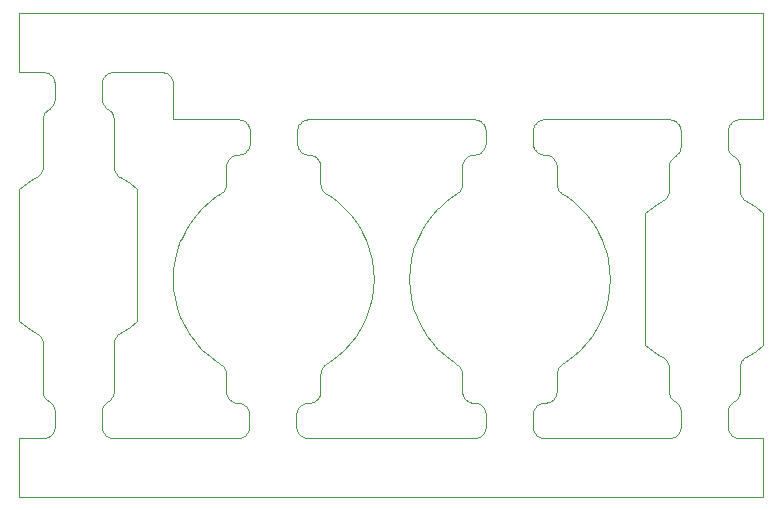
<source format=gm1>
G04 #@! TF.GenerationSoftware,KiCad,Pcbnew,(5.1.6-0-10_14)*
G04 #@! TF.CreationDate,2021-04-13T12:38:31+02:00*
G04 #@! TF.ProjectId,Encoder_SPI_Panel,456e636f-6465-4725-9f53-50495f50616e,rev?*
G04 #@! TF.SameCoordinates,Original*
G04 #@! TF.FileFunction,Profile,NP*
%FSLAX46Y46*%
G04 Gerber Fmt 4.6, Leading zero omitted, Abs format (unit mm)*
G04 Created by KiCad (PCBNEW (5.1.6-0-10_14)) date 2021-04-13 12:38:31*
%MOMM*%
%LPD*%
G01*
G04 APERTURE LIST*
G04 #@! TA.AperFunction,Profile*
%ADD10C,0.100000*%
G04 #@! TD*
G04 APERTURE END LIST*
D10*
X57588400Y-25190300D02*
X57482100Y-25122000D01*
X57669800Y-25256200D02*
X57588400Y-25190300D01*
X57744200Y-25330600D02*
X57669800Y-25256200D01*
X57801900Y-25401300D02*
X57744200Y-25330600D01*
X57817400Y-25422600D02*
X57801900Y-25401300D01*
X57860300Y-25488600D02*
X57817400Y-25422600D01*
X57873300Y-25511200D02*
X57860300Y-25488600D01*
X57914400Y-25592700D02*
X57873300Y-25511200D01*
X57947700Y-25678300D02*
X57914400Y-25592700D01*
X57955800Y-25703300D02*
X57947700Y-25678300D01*
X57979100Y-25791700D02*
X57955800Y-25703300D01*
X57995500Y-25895100D02*
X57979100Y-25791700D01*
X58001400Y-26006600D02*
X57995500Y-25895100D01*
X58001200Y-30012000D02*
X58001400Y-26006600D01*
X58006200Y-30111700D02*
X58001200Y-30012000D01*
X58021100Y-30210100D02*
X58006200Y-30111700D01*
X58045900Y-30306500D02*
X58021100Y-30210100D01*
X58080200Y-30399900D02*
X58045900Y-30306500D01*
X58123700Y-30489400D02*
X58080200Y-30399900D01*
X58176000Y-30574100D02*
X58123700Y-30489400D01*
X58236500Y-30653100D02*
X58176000Y-30574100D01*
X58304700Y-30725600D02*
X58236500Y-30653100D01*
X58379800Y-30791000D02*
X58304700Y-30725600D01*
X58461100Y-30848400D02*
X58379800Y-30791000D01*
X58547900Y-30897500D02*
X58461100Y-30848400D01*
X58700700Y-30974100D02*
X58547900Y-30897500D01*
X58723600Y-30987100D02*
X58700700Y-30974100D01*
X59382400Y-31410500D02*
X58723600Y-30987100D01*
X59993700Y-31901200D02*
X59382400Y-31410500D01*
X60000900Y-31908300D02*
X59993700Y-31901200D01*
X60003100Y-31913700D02*
X60000900Y-31908300D01*
X60002300Y-43068200D02*
X60003100Y-31913700D01*
X60000300Y-43081000D02*
X60002300Y-43068200D01*
X59992000Y-43089800D02*
X60000300Y-43081000D01*
X59381500Y-43581500D02*
X59992000Y-43089800D01*
X58723300Y-44005900D02*
X59381500Y-43581500D01*
X58700400Y-44018900D02*
X58723300Y-44005900D01*
X58546700Y-44096300D02*
X58700400Y-44018900D01*
X58460100Y-44145500D02*
X58546700Y-44096300D01*
X58379000Y-44202900D02*
X58460100Y-44145500D01*
X58304100Y-44268300D02*
X58379000Y-44202900D01*
X58236100Y-44340800D02*
X58304100Y-44268300D01*
X58175800Y-44419700D02*
X58236100Y-44340800D01*
X58123600Y-44504300D02*
X58175800Y-44419700D01*
X58080200Y-44593700D02*
X58123600Y-44504300D01*
X58046000Y-44687000D02*
X58080200Y-44593700D01*
X58021300Y-44783300D02*
X58046000Y-44687000D01*
X58006400Y-44881500D02*
X58021300Y-44783300D01*
X58001400Y-44981000D02*
X58006400Y-44881500D01*
X58001400Y-48993400D02*
X58001400Y-44981000D01*
X57995600Y-49104800D02*
X58001400Y-48993400D01*
X57981600Y-49195100D02*
X57995600Y-49104800D01*
X57976200Y-49220800D02*
X57981600Y-49195100D01*
X57952200Y-49309000D02*
X57976200Y-49220800D01*
X57919600Y-49394800D02*
X57952200Y-49309000D01*
X57908900Y-49418800D02*
X57919600Y-49394800D01*
X57867100Y-49500100D02*
X57908900Y-49418800D01*
X57810100Y-49588000D02*
X57867100Y-49500100D01*
X57744200Y-49669400D02*
X57810100Y-49588000D01*
X57669800Y-49743800D02*
X57744200Y-49669400D01*
X57588400Y-49809700D02*
X57669800Y-49743800D01*
X57514300Y-49858200D02*
X57588400Y-49809700D01*
X57478100Y-49880100D02*
X57514300Y-49858200D01*
X57393800Y-49937200D02*
X57478100Y-49880100D01*
X57316000Y-50002500D02*
X57393800Y-49937200D01*
X57245300Y-50075400D02*
X57316000Y-50002500D01*
X57182400Y-50155200D02*
X57245300Y-50075400D01*
X57128000Y-50241100D02*
X57182400Y-50155200D01*
X57082800Y-50332000D02*
X57128000Y-50241100D01*
X57047000Y-50427100D02*
X57082800Y-50332000D01*
X57021300Y-50525400D02*
X57047000Y-50427100D01*
X57005700Y-50625800D02*
X57021300Y-50525400D01*
X57000400Y-50727500D02*
X57005700Y-50625800D01*
X57000400Y-52010700D02*
X57000400Y-50727500D01*
X57005200Y-52108000D02*
X57000400Y-52010700D01*
X57019400Y-52204100D02*
X57005200Y-52108000D01*
X57043100Y-52298400D02*
X57019400Y-52204100D01*
X57075800Y-52389800D02*
X57043100Y-52298400D01*
X57117300Y-52477700D02*
X57075800Y-52389800D01*
X57167300Y-52561000D02*
X57117300Y-52477700D01*
X57225100Y-52639000D02*
X57167300Y-52561000D01*
X57290400Y-52711000D02*
X57225100Y-52639000D01*
X57362400Y-52776300D02*
X57290400Y-52711000D01*
X57440400Y-52834100D02*
X57362400Y-52776300D01*
X57523700Y-52884100D02*
X57440400Y-52834100D01*
X57611600Y-52925600D02*
X57523700Y-52884100D01*
X57703000Y-52958400D02*
X57611600Y-52925600D01*
X57797300Y-52982000D02*
X57703000Y-52958400D01*
X57893400Y-52996200D02*
X57797300Y-52982000D01*
X57990700Y-53001000D02*
X57893400Y-52996200D01*
X68472800Y-53001000D02*
X57990700Y-53001000D01*
X68570100Y-52996200D02*
X68472800Y-53001000D01*
X68666200Y-52982000D02*
X68570100Y-52996200D01*
X68760400Y-52958400D02*
X68666200Y-52982000D01*
X68851900Y-52925600D02*
X68760400Y-52958400D01*
X68939700Y-52884100D02*
X68851900Y-52925600D01*
X69023000Y-52834100D02*
X68939700Y-52884100D01*
X69101100Y-52776300D02*
X69023000Y-52834100D01*
X69173100Y-52711000D02*
X69101100Y-52776300D01*
X69238300Y-52639000D02*
X69173100Y-52711000D01*
X69296200Y-52561000D02*
X69238300Y-52639000D01*
X69346100Y-52477700D02*
X69296200Y-52561000D01*
X69387700Y-52389900D02*
X69346100Y-52477700D01*
X69420400Y-52298400D02*
X69387700Y-52389900D01*
X69444000Y-52204100D02*
X69420400Y-52298400D01*
X69458300Y-52108000D02*
X69444000Y-52204100D01*
X69463000Y-52010800D02*
X69458300Y-52108000D01*
X69463000Y-50990700D02*
X69463000Y-52010800D01*
X69458500Y-50895900D02*
X69463000Y-50990700D01*
X69444900Y-50802100D02*
X69458500Y-50895900D01*
X69422500Y-50710100D02*
X69444900Y-50802100D01*
X69391300Y-50620600D02*
X69422500Y-50710100D01*
X69351800Y-50534600D02*
X69391300Y-50620600D01*
X69304200Y-50452700D02*
X69351800Y-50534600D01*
X69249000Y-50375700D02*
X69304200Y-50452700D01*
X69186700Y-50304400D02*
X69249000Y-50375700D01*
X69117800Y-50239300D02*
X69186700Y-50304400D01*
X69043100Y-50181100D02*
X69117800Y-50239300D01*
X68963100Y-50130300D02*
X69043100Y-50181100D01*
X68878700Y-50087400D02*
X68963100Y-50130300D01*
X68790500Y-50052800D02*
X68878700Y-50087400D01*
X68699400Y-50026700D02*
X68790500Y-50052800D01*
X68606300Y-50009500D02*
X68699400Y-50026700D01*
X68511700Y-50001300D02*
X68606300Y-50009500D01*
X68398700Y-49995200D02*
X68511700Y-50001300D01*
X68295200Y-49978800D02*
X68398700Y-49995200D01*
X68194000Y-49951700D02*
X68295200Y-49978800D01*
X68096300Y-49914200D02*
X68194000Y-49951700D01*
X68002500Y-49866400D02*
X68096300Y-49914200D01*
X67925700Y-49817000D02*
X68002500Y-49866400D01*
X67904500Y-49801600D02*
X67925700Y-49817000D01*
X67833600Y-49743800D02*
X67904500Y-49801600D01*
X67768500Y-49679100D02*
X67833600Y-49743800D01*
X67750900Y-49659600D02*
X67768500Y-49679100D01*
X67693600Y-49588400D02*
X67750900Y-49659600D01*
X67636300Y-49500100D02*
X67693600Y-49588400D01*
X67594600Y-49418900D02*
X67636300Y-49500100D01*
X67583900Y-49394900D02*
X67594600Y-49418900D01*
X67551400Y-49309400D02*
X67583900Y-49394900D01*
X67527300Y-49220800D02*
X67551400Y-49309400D01*
X67521900Y-49195100D02*
X67527300Y-49220800D01*
X67509500Y-49117300D02*
X67521900Y-49195100D01*
X67506800Y-49091600D02*
X67509500Y-49117300D01*
X67502000Y-48993500D02*
X67506800Y-49091600D01*
X67502000Y-47562200D02*
X67502000Y-48993500D01*
X67497700Y-47469300D02*
X67502000Y-47562200D01*
X67484700Y-47377400D02*
X67497700Y-47469300D01*
X67463100Y-47287100D02*
X67484700Y-47377400D01*
X67433200Y-47199200D02*
X67463100Y-47287100D01*
X67395100Y-47114500D02*
X67433200Y-47199200D01*
X67349400Y-47033800D02*
X67395100Y-47114500D01*
X67296200Y-46957700D02*
X67349400Y-47033800D01*
X67236200Y-46886900D02*
X67296200Y-46957700D01*
X67169800Y-46822100D02*
X67236200Y-46886900D01*
X67097600Y-46763700D02*
X67169800Y-46822100D01*
X67020000Y-46712200D02*
X67097600Y-46763700D01*
X66796600Y-46578600D02*
X67020000Y-46712200D01*
X66776300Y-46565100D02*
X66796600Y-46578600D01*
X66115400Y-46075300D02*
X66776300Y-46565100D01*
X65505100Y-45523400D02*
X66115400Y-46075300D01*
X65487800Y-45506200D02*
X65505100Y-45523400D01*
X64943100Y-44906000D02*
X65487800Y-45506200D01*
X64927500Y-44886900D02*
X64943100Y-44906000D01*
X64437500Y-44226400D02*
X64927500Y-44886900D01*
X64013700Y-43520800D02*
X64437500Y-44226400D01*
X64002200Y-43499300D02*
X64013700Y-43520800D01*
X63650600Y-42755900D02*
X64002200Y-43499300D01*
X63372900Y-41981400D02*
X63650600Y-42755900D01*
X63365700Y-41957800D02*
X63372900Y-41981400D01*
X63166000Y-41160000D02*
X63365700Y-41957800D01*
X63044900Y-40346200D02*
X63166000Y-41160000D01*
X63042400Y-40321600D02*
X63044900Y-40346200D01*
X63002300Y-39499700D02*
X63042400Y-40321600D01*
X63043400Y-38665800D02*
X63002300Y-39499700D01*
X63163800Y-37852400D02*
X63043400Y-38665800D01*
X63168700Y-37828200D02*
X63163800Y-37852400D01*
X63368900Y-37030600D02*
X63168700Y-37828200D01*
X63646100Y-36255800D02*
X63368900Y-37030600D01*
X63655500Y-36233000D02*
X63646100Y-36255800D01*
X64002300Y-35500500D02*
X63655500Y-36233000D01*
X64013800Y-35479000D02*
X64002300Y-35500500D01*
X64430700Y-34784200D02*
X64013800Y-35479000D01*
X64444400Y-34763700D02*
X64430700Y-34784200D01*
X64934900Y-34103600D02*
X64444400Y-34763700D01*
X65487800Y-33493800D02*
X64934900Y-34103600D01*
X65505100Y-33476600D02*
X65487800Y-33493800D01*
X66115400Y-32924700D02*
X65505100Y-33476600D01*
X66776300Y-32435000D02*
X66115400Y-32924700D01*
X66796600Y-32421400D02*
X66776300Y-32435000D01*
X67020000Y-32287700D02*
X66796600Y-32421400D01*
X67097600Y-32236300D02*
X67020000Y-32287700D01*
X67169800Y-32177900D02*
X67097600Y-32236300D01*
X67236200Y-32113100D02*
X67169800Y-32177900D01*
X67296200Y-32042300D02*
X67236200Y-32113100D01*
X67349300Y-31966200D02*
X67296200Y-32042300D01*
X67395100Y-31885500D02*
X67349300Y-31966200D01*
X67433100Y-31800800D02*
X67395100Y-31885500D01*
X67463100Y-31712900D02*
X67433100Y-31800800D01*
X67484600Y-31622700D02*
X67463100Y-31712900D01*
X67497600Y-31530800D02*
X67484600Y-31622700D01*
X67502000Y-31437800D02*
X67497600Y-31530800D01*
X67502000Y-30006600D02*
X67502000Y-31437800D01*
X67506800Y-29908300D02*
X67502000Y-30006600D01*
X67509600Y-29882400D02*
X67506800Y-29908300D01*
X67524200Y-29792200D02*
X67509600Y-29882400D01*
X67551300Y-29691000D02*
X67524200Y-29792200D01*
X67588800Y-29593200D02*
X67551300Y-29691000D01*
X67636600Y-29499400D02*
X67588800Y-29593200D01*
X67693400Y-29412000D02*
X67636600Y-29499400D01*
X67750900Y-29340400D02*
X67693400Y-29412000D01*
X67768400Y-29320900D02*
X67750900Y-29340400D01*
X67833300Y-29256500D02*
X67768400Y-29320900D01*
X67904400Y-29198500D02*
X67833300Y-29256500D01*
X67925700Y-29183000D02*
X67904400Y-29198500D01*
X68003000Y-29133300D02*
X67925700Y-29183000D01*
X68095800Y-29086000D02*
X68003000Y-29133300D01*
X68194100Y-29048200D02*
X68095800Y-29086000D01*
X68282200Y-29024300D02*
X68194100Y-29048200D01*
X68307600Y-29018900D02*
X68282200Y-29024300D01*
X68385400Y-29006500D02*
X68307600Y-29018900D01*
X68411300Y-29003800D02*
X68385400Y-29006500D01*
X68630100Y-28994200D02*
X68411300Y-29003800D01*
X68726200Y-28980000D02*
X68630100Y-28994200D01*
X68820400Y-28956400D02*
X68726200Y-28980000D01*
X68911900Y-28923600D02*
X68820400Y-28956400D01*
X68999700Y-28882100D02*
X68911900Y-28923600D01*
X69083000Y-28832100D02*
X68999700Y-28882100D01*
X69161100Y-28774300D02*
X69083000Y-28832100D01*
X69233100Y-28709000D02*
X69161100Y-28774300D01*
X69298300Y-28637000D02*
X69233100Y-28709000D01*
X69356200Y-28559000D02*
X69298300Y-28637000D01*
X69406100Y-28475700D02*
X69356200Y-28559000D01*
X69447700Y-28387900D02*
X69406100Y-28475700D01*
X69480400Y-28296400D02*
X69447700Y-28387900D01*
X69504000Y-28202100D02*
X69480400Y-28296400D01*
X69518300Y-28106000D02*
X69504000Y-28202100D01*
X69523000Y-28008800D02*
X69518300Y-28106000D01*
X69523000Y-26990200D02*
X69523000Y-28008800D01*
X69518300Y-26893000D02*
X69523000Y-26990200D01*
X69504000Y-26796900D02*
X69518300Y-26893000D01*
X69480400Y-26702600D02*
X69504000Y-26796900D01*
X69447700Y-26611100D02*
X69480400Y-26702600D01*
X69406100Y-26523300D02*
X69447700Y-26611100D01*
X69356200Y-26440000D02*
X69406100Y-26523300D01*
X69298300Y-26362000D02*
X69356200Y-26440000D01*
X69233100Y-26290000D02*
X69298300Y-26362000D01*
X69161100Y-26224700D02*
X69233100Y-26290000D01*
X69083000Y-26166900D02*
X69161100Y-26224700D01*
X68999700Y-26116900D02*
X69083000Y-26166900D01*
X68911900Y-26075400D02*
X68999700Y-26116900D01*
X68820400Y-26042600D02*
X68911900Y-26075400D01*
X68726200Y-26019000D02*
X68820400Y-26042600D01*
X68630100Y-26004800D02*
X68726200Y-26019000D01*
X68532800Y-26000000D02*
X68630100Y-26004800D01*
X63027600Y-26000000D02*
X68532800Y-26000000D01*
X63008600Y-25997900D02*
X63027600Y-26000000D01*
X63004000Y-25991700D02*
X63008600Y-25997900D01*
X63003000Y-25975400D02*
X63004000Y-25991700D01*
X63003000Y-22989200D02*
X63003000Y-25975400D01*
X62998300Y-22891900D02*
X63003000Y-22989200D01*
X62984000Y-22795800D02*
X62998300Y-22891900D01*
X62960400Y-22701600D02*
X62984000Y-22795800D01*
X62927700Y-22610100D02*
X62960400Y-22701600D01*
X62886100Y-22522300D02*
X62927700Y-22610100D01*
X62836200Y-22438900D02*
X62886100Y-22522300D01*
X62778300Y-22360900D02*
X62836200Y-22438900D01*
X62713100Y-22288900D02*
X62778300Y-22360900D01*
X62641100Y-22223700D02*
X62713100Y-22288900D01*
X62563000Y-22165800D02*
X62641100Y-22223700D01*
X62479700Y-22115900D02*
X62563000Y-22165800D01*
X62391900Y-22074300D02*
X62479700Y-22115900D01*
X62300400Y-22041600D02*
X62391900Y-22074300D01*
X62206200Y-22018000D02*
X62300400Y-22041600D01*
X62110100Y-22003700D02*
X62206200Y-22018000D01*
X62012800Y-21999000D02*
X62110100Y-22003700D01*
X57990600Y-21999000D02*
X62012800Y-21999000D01*
X57893400Y-22003700D02*
X57990600Y-21999000D01*
X57797300Y-22018000D02*
X57893400Y-22003700D01*
X57703000Y-22041600D02*
X57797300Y-22018000D01*
X57611500Y-22074300D02*
X57703000Y-22041600D01*
X57523700Y-22115900D02*
X57611500Y-22074300D01*
X57440400Y-22165800D02*
X57523700Y-22115900D01*
X57362400Y-22223700D02*
X57440400Y-22165800D01*
X57290400Y-22288900D02*
X57362400Y-22223700D01*
X57225100Y-22360900D02*
X57290400Y-22288900D01*
X57167300Y-22438900D02*
X57225100Y-22360900D01*
X57117300Y-22522300D02*
X57167300Y-22438900D01*
X57075800Y-22610100D02*
X57117300Y-22522300D01*
X57043000Y-22701600D02*
X57075800Y-22610100D01*
X57019400Y-22795800D02*
X57043000Y-22701600D01*
X57005200Y-22891900D02*
X57019400Y-22795800D01*
X57000400Y-22989200D02*
X57005200Y-22891900D01*
X57000400Y-24272500D02*
X57000400Y-22989200D01*
X57005100Y-24369100D02*
X57000400Y-24272500D01*
X57019200Y-24464600D02*
X57005100Y-24369100D01*
X57042500Y-24558300D02*
X57019200Y-24464600D01*
X57074800Y-24649200D02*
X57042500Y-24558300D01*
X57115800Y-24736600D02*
X57074800Y-24649200D01*
X57165200Y-24819600D02*
X57115800Y-24736600D01*
X57222300Y-24897300D02*
X57165200Y-24819600D01*
X57286800Y-24969200D02*
X57222300Y-24897300D01*
X57358000Y-25034400D02*
X57286800Y-24969200D01*
X57435200Y-25092300D02*
X57358000Y-25034400D01*
X57482100Y-25122000D02*
X57435200Y-25092300D01*
X88502800Y-53001000D02*
X74453300Y-53001000D01*
X88600100Y-52996200D02*
X88502800Y-53001000D01*
X88696200Y-52982000D02*
X88600100Y-52996200D01*
X88790400Y-52958400D02*
X88696200Y-52982000D01*
X88881900Y-52925600D02*
X88790400Y-52958400D01*
X88969700Y-52884100D02*
X88881900Y-52925600D01*
X89053100Y-52834100D02*
X88969700Y-52884100D01*
X89131100Y-52776300D02*
X89053100Y-52834100D01*
X89203100Y-52711000D02*
X89131100Y-52776300D01*
X89268300Y-52639000D02*
X89203100Y-52711000D01*
X89326200Y-52561000D02*
X89268300Y-52639000D01*
X89376100Y-52477700D02*
X89326200Y-52561000D01*
X89417700Y-52389900D02*
X89376100Y-52477700D01*
X89450400Y-52298400D02*
X89417700Y-52389900D01*
X89474000Y-52204100D02*
X89450400Y-52298400D01*
X89488300Y-52108000D02*
X89474000Y-52204100D01*
X89493100Y-52010800D02*
X89488300Y-52108000D01*
X89493100Y-50991200D02*
X89493100Y-52010800D01*
X89488400Y-50894800D02*
X89493100Y-50991200D01*
X89474300Y-50799500D02*
X89488400Y-50894800D01*
X89451100Y-50706000D02*
X89474300Y-50799500D01*
X89418900Y-50615100D02*
X89451100Y-50706000D01*
X89378000Y-50527900D02*
X89418900Y-50615100D01*
X89328900Y-50445000D02*
X89378000Y-50527900D01*
X89271900Y-50367400D02*
X89328900Y-50445000D01*
X89207700Y-50295600D02*
X89271900Y-50367400D01*
X89136700Y-50230400D02*
X89207700Y-50295600D01*
X89059800Y-50172400D02*
X89136700Y-50230400D01*
X88977600Y-50122200D02*
X89059800Y-50172400D01*
X88890900Y-50080100D02*
X88977600Y-50122200D01*
X88800500Y-50046800D02*
X88890900Y-50080100D01*
X88707300Y-50022300D02*
X88800500Y-50046800D01*
X88612200Y-50007000D02*
X88707300Y-50022300D01*
X88398700Y-49995200D02*
X88612200Y-50007000D01*
X88295200Y-49978800D02*
X88398700Y-49995200D01*
X88194100Y-49951700D02*
X88295200Y-49978800D01*
X88095800Y-49914000D02*
X88194100Y-49951700D01*
X88002900Y-49866700D02*
X88095800Y-49914000D01*
X87925700Y-49817000D02*
X88002900Y-49866700D01*
X87904500Y-49801600D02*
X87925700Y-49817000D01*
X87833700Y-49743800D02*
X87904500Y-49801600D01*
X87768500Y-49679100D02*
X87833700Y-49743800D01*
X87750900Y-49659600D02*
X87768500Y-49679100D01*
X87693300Y-49587900D02*
X87750900Y-49659600D01*
X87636600Y-49500500D02*
X87693300Y-49587900D01*
X87589000Y-49407200D02*
X87636600Y-49500500D01*
X87551300Y-49308900D02*
X87589000Y-49407200D01*
X87524200Y-49207800D02*
X87551300Y-49308900D01*
X87509600Y-49117700D02*
X87524200Y-49207800D01*
X87506900Y-49091700D02*
X87509600Y-49117700D01*
X87502100Y-48993500D02*
X87506900Y-49091700D01*
X87502100Y-47562200D02*
X87502100Y-48993500D01*
X87497700Y-47469200D02*
X87502100Y-47562200D01*
X87484700Y-47377300D02*
X87497700Y-47469200D01*
X87463100Y-47287100D02*
X87484700Y-47377300D01*
X87433200Y-47199200D02*
X87463100Y-47287100D01*
X87395200Y-47114500D02*
X87433200Y-47199200D01*
X87349400Y-47033800D02*
X87395200Y-47114500D01*
X87296200Y-46957700D02*
X87349400Y-47033800D01*
X87236200Y-46886900D02*
X87296200Y-46957700D01*
X87169800Y-46822100D02*
X87236200Y-46886900D01*
X87097600Y-46763700D02*
X87169800Y-46822100D01*
X87020100Y-46712300D02*
X87097600Y-46763700D01*
X86796600Y-46578600D02*
X87020100Y-46712300D01*
X86776300Y-46565100D02*
X86796600Y-46578600D01*
X86115400Y-46075300D02*
X86776300Y-46565100D01*
X85505100Y-45523400D02*
X86115400Y-46075300D01*
X85487800Y-45506200D02*
X85505100Y-45523400D01*
X84935200Y-44896800D02*
X85487800Y-45506200D01*
X84444500Y-44236400D02*
X84935200Y-44896800D01*
X84430700Y-44215900D02*
X84444500Y-44236400D01*
X84013900Y-43521100D02*
X84430700Y-44215900D01*
X84002300Y-43499500D02*
X84013900Y-43521100D01*
X83655500Y-42767000D02*
X84002300Y-43499500D01*
X83646100Y-42744200D02*
X83655500Y-42767000D01*
X83369100Y-41969900D02*
X83646100Y-42744200D01*
X83168700Y-41171800D02*
X83369100Y-41969900D01*
X83163900Y-41147700D02*
X83168700Y-41171800D01*
X83043400Y-40334100D02*
X83163900Y-41147700D01*
X83002400Y-39500200D02*
X83043400Y-40334100D01*
X83042400Y-38678400D02*
X83002400Y-39500200D01*
X83044900Y-38653900D02*
X83042400Y-38678400D01*
X83165900Y-37840400D02*
X83044900Y-38653900D01*
X83365700Y-37042200D02*
X83165900Y-37840400D01*
X83372900Y-37018600D02*
X83365700Y-37042200D01*
X83650400Y-36244500D02*
X83372900Y-37018600D01*
X84002200Y-35500700D02*
X83650400Y-36244500D01*
X84013700Y-35479200D02*
X84002200Y-35500700D01*
X84430700Y-34784200D02*
X84013700Y-35479200D01*
X84444400Y-34763700D02*
X84430700Y-34784200D01*
X84934900Y-34103600D02*
X84444400Y-34763700D01*
X85487800Y-33493800D02*
X84934900Y-34103600D01*
X85505100Y-33476600D02*
X85487800Y-33493800D01*
X86115400Y-32924700D02*
X85505100Y-33476600D01*
X86776300Y-32435000D02*
X86115400Y-32924700D01*
X86796600Y-32421400D02*
X86776300Y-32435000D01*
X87020100Y-32287800D02*
X86796600Y-32421400D01*
X87097600Y-32236300D02*
X87020100Y-32287800D01*
X87169800Y-32177900D02*
X87097600Y-32236300D01*
X87236200Y-32113100D02*
X87169800Y-32177900D01*
X87296300Y-32042300D02*
X87236200Y-32113100D01*
X87349400Y-31966200D02*
X87296300Y-32042300D01*
X87395200Y-31885500D02*
X87349400Y-31966200D01*
X87433200Y-31800800D02*
X87395200Y-31885500D01*
X87463100Y-31712900D02*
X87433200Y-31800800D01*
X87484700Y-31622600D02*
X87463100Y-31712900D01*
X87497700Y-31530700D02*
X87484700Y-31622600D01*
X87502100Y-31437800D02*
X87497700Y-31530700D01*
X87502100Y-30006400D02*
X87502100Y-31437800D01*
X87506800Y-29908500D02*
X87502100Y-30006400D01*
X87509600Y-29882600D02*
X87506800Y-29908500D01*
X87521900Y-29804900D02*
X87509600Y-29882600D01*
X87527300Y-29779200D02*
X87521900Y-29804900D01*
X87551300Y-29691000D02*
X87527300Y-29779200D01*
X87583900Y-29605100D02*
X87551300Y-29691000D01*
X87594600Y-29581100D02*
X87583900Y-29605100D01*
X87636300Y-29499900D02*
X87594600Y-29581100D01*
X87693700Y-29411600D02*
X87636300Y-29499900D01*
X87750900Y-29340400D02*
X87693700Y-29411600D01*
X87768500Y-29320900D02*
X87750900Y-29340400D01*
X87833300Y-29256500D02*
X87768500Y-29320900D01*
X87904400Y-29198500D02*
X87833300Y-29256500D01*
X87925700Y-29183000D02*
X87904400Y-29198500D01*
X88002500Y-29133500D02*
X87925700Y-29183000D01*
X88096300Y-29085700D02*
X88002500Y-29133500D01*
X88194100Y-29048200D02*
X88096300Y-29085700D01*
X88282200Y-29024300D02*
X88194100Y-29048200D01*
X88307700Y-29018900D02*
X88282200Y-29024300D01*
X88398700Y-29004800D02*
X88307700Y-29018900D01*
X88612200Y-28993000D02*
X88398700Y-29004800D01*
X88707300Y-28977700D02*
X88612200Y-28993000D01*
X88800500Y-28953300D02*
X88707300Y-28977700D01*
X88890900Y-28919900D02*
X88800500Y-28953300D01*
X88977600Y-28877900D02*
X88890900Y-28919900D01*
X89059800Y-28827600D02*
X88977600Y-28877900D01*
X89136700Y-28769600D02*
X89059800Y-28827600D01*
X89207600Y-28704400D02*
X89136700Y-28769600D01*
X89271900Y-28632700D02*
X89207600Y-28704400D01*
X89328900Y-28555000D02*
X89271900Y-28632700D01*
X89378000Y-28472100D02*
X89328900Y-28555000D01*
X89418900Y-28384900D02*
X89378000Y-28472100D01*
X89451100Y-28294100D02*
X89418900Y-28384900D01*
X89474300Y-28200500D02*
X89451100Y-28294100D01*
X89488400Y-28105200D02*
X89474300Y-28200500D01*
X89493100Y-28008800D02*
X89488400Y-28105200D01*
X89493100Y-26990200D02*
X89493100Y-28008800D01*
X89488300Y-26893000D02*
X89493100Y-26990200D01*
X89474000Y-26796900D02*
X89488300Y-26893000D01*
X89450400Y-26702600D02*
X89474000Y-26796900D01*
X89417700Y-26611100D02*
X89450400Y-26702600D01*
X89376100Y-26523300D02*
X89417700Y-26611100D01*
X89326200Y-26440000D02*
X89376100Y-26523300D01*
X89268300Y-26362000D02*
X89326200Y-26440000D01*
X89203100Y-26290000D02*
X89268300Y-26362000D01*
X89131100Y-26224700D02*
X89203100Y-26290000D01*
X89053100Y-26166900D02*
X89131100Y-26224700D01*
X88969700Y-26116900D02*
X89053100Y-26166900D01*
X88881900Y-26075400D02*
X88969700Y-26116900D01*
X88790400Y-26042600D02*
X88881900Y-26075400D01*
X88696200Y-26019000D02*
X88790400Y-26042600D01*
X88600100Y-26004800D02*
X88696200Y-26019000D01*
X88502800Y-26000000D02*
X88600100Y-26004800D01*
X74513300Y-26000000D02*
X88502800Y-26000000D01*
X74416000Y-26004800D02*
X74513300Y-26000000D01*
X74319900Y-26019000D02*
X74416000Y-26004800D01*
X74225700Y-26042600D02*
X74319900Y-26019000D01*
X74134200Y-26075400D02*
X74225700Y-26042600D01*
X74046400Y-26116900D02*
X74134200Y-26075400D01*
X73963000Y-26166900D02*
X74046400Y-26116900D01*
X73885000Y-26224700D02*
X73963000Y-26166900D01*
X73813000Y-26290000D02*
X73885000Y-26224700D01*
X73747800Y-26362000D02*
X73813000Y-26290000D01*
X73689900Y-26440000D02*
X73747800Y-26362000D01*
X73639900Y-26523300D02*
X73689900Y-26440000D01*
X73598400Y-26611100D02*
X73639900Y-26523300D01*
X73565700Y-26702600D02*
X73598400Y-26611100D01*
X73542100Y-26796900D02*
X73565700Y-26702600D01*
X73527800Y-26893000D02*
X73542100Y-26796900D01*
X73523000Y-26990200D02*
X73527800Y-26893000D01*
X73523000Y-28008900D02*
X73523000Y-26990200D01*
X73527700Y-28105400D02*
X73523000Y-28008900D01*
X73541800Y-28200700D02*
X73527700Y-28105400D01*
X73565000Y-28294200D02*
X73541800Y-28200700D01*
X73597200Y-28385000D02*
X73565000Y-28294200D01*
X73638000Y-28472200D02*
X73597200Y-28385000D01*
X73687200Y-28555100D02*
X73638000Y-28472200D01*
X73744200Y-28632800D02*
X73687200Y-28555100D01*
X73808400Y-28704500D02*
X73744200Y-28632800D01*
X73879400Y-28769700D02*
X73808400Y-28704500D01*
X73956300Y-28827700D02*
X73879400Y-28769700D01*
X74038500Y-28878000D02*
X73956300Y-28827700D01*
X74125200Y-28920000D02*
X74038500Y-28878000D01*
X74215600Y-28953400D02*
X74125200Y-28920000D01*
X74308800Y-28977800D02*
X74215600Y-28953400D01*
X74403900Y-28993100D02*
X74308800Y-28977800D01*
X74607400Y-29004800D02*
X74403900Y-28993100D01*
X74698400Y-29018900D02*
X74607400Y-29004800D01*
X74723900Y-29024300D02*
X74698400Y-29018900D01*
X74812000Y-29048200D02*
X74723900Y-29024300D01*
X74909800Y-29085800D02*
X74812000Y-29048200D01*
X75003600Y-29133600D02*
X74909800Y-29085800D01*
X75080400Y-29183000D02*
X75003600Y-29133600D01*
X75101600Y-29198400D02*
X75080400Y-29183000D01*
X75172400Y-29256200D02*
X75101600Y-29198400D01*
X75237600Y-29320900D02*
X75172400Y-29256200D01*
X75255200Y-29340400D02*
X75237600Y-29320900D01*
X75312400Y-29411600D02*
X75255200Y-29340400D01*
X75369800Y-29499900D02*
X75312400Y-29411600D01*
X75411500Y-29581100D02*
X75369800Y-29499900D01*
X75422200Y-29605100D02*
X75411500Y-29581100D01*
X75454600Y-29690600D02*
X75422200Y-29605100D01*
X75478800Y-29779200D02*
X75454600Y-29690600D01*
X75484200Y-29804900D02*
X75478800Y-29779200D01*
X75496500Y-29882600D02*
X75484200Y-29804900D01*
X75499200Y-29908500D02*
X75496500Y-29882600D01*
X75504000Y-30006400D02*
X75499200Y-29908500D01*
X75504000Y-31437800D02*
X75504000Y-30006400D01*
X75508400Y-31530800D02*
X75504000Y-31437800D01*
X75521400Y-31622700D02*
X75508400Y-31530800D01*
X75543000Y-31712900D02*
X75521400Y-31622700D01*
X75572900Y-31800800D02*
X75543000Y-31712900D01*
X75610900Y-31885500D02*
X75572900Y-31800800D01*
X75656700Y-31966200D02*
X75610900Y-31885500D01*
X75709900Y-32042300D02*
X75656700Y-31966200D01*
X75769900Y-32113100D02*
X75709900Y-32042300D01*
X75836300Y-32177900D02*
X75769900Y-32113100D01*
X75908500Y-32236300D02*
X75836300Y-32177900D01*
X75986000Y-32287700D02*
X75908500Y-32236300D01*
X76209400Y-32421400D02*
X75986000Y-32287700D01*
X76229800Y-32434900D02*
X76209400Y-32421400D01*
X76890700Y-32924700D02*
X76229800Y-32434900D01*
X77501000Y-33476600D02*
X76890700Y-32924700D01*
X77518300Y-33493800D02*
X77501000Y-33476600D01*
X78063000Y-34094000D02*
X77518300Y-33493800D01*
X78078600Y-34113100D02*
X78063000Y-34094000D01*
X78568600Y-34773600D02*
X78078600Y-34113100D01*
X78992300Y-35479100D02*
X78568600Y-34773600D01*
X79003900Y-35500700D02*
X78992300Y-35479100D01*
X79355500Y-36244100D02*
X79003900Y-35500700D01*
X79633200Y-37018600D02*
X79355500Y-36244100D01*
X79640400Y-37042200D02*
X79633200Y-37018600D01*
X79840100Y-37840000D02*
X79640400Y-37042200D01*
X79961200Y-38653800D02*
X79840100Y-37840000D01*
X79963600Y-38678400D02*
X79961200Y-38653800D01*
X80003400Y-39487900D02*
X79963600Y-38678400D01*
X80003400Y-39512300D02*
X80003400Y-39487900D01*
X79962800Y-40333700D02*
X80003400Y-39512300D01*
X79842200Y-41147600D02*
X79962800Y-40333700D01*
X79837400Y-41171800D02*
X79842200Y-41147600D01*
X79637100Y-41969400D02*
X79837400Y-41171800D01*
X79360000Y-42744200D02*
X79637100Y-41969400D01*
X79350600Y-42767000D02*
X79360000Y-42744200D01*
X79003900Y-43499300D02*
X79350600Y-42767000D01*
X78992400Y-43520800D02*
X79003900Y-43499300D01*
X78575400Y-44215800D02*
X78992400Y-43520800D01*
X78561600Y-44236300D02*
X78575400Y-44215800D01*
X78071200Y-44896400D02*
X78561600Y-44236300D01*
X77518300Y-45506200D02*
X78071200Y-44896400D01*
X77501000Y-45523400D02*
X77518300Y-45506200D01*
X76890700Y-46075300D02*
X77501000Y-45523400D01*
X76229800Y-46565000D02*
X76890700Y-46075300D01*
X76209500Y-46578600D02*
X76229800Y-46565000D01*
X75986000Y-46712200D02*
X76209500Y-46578600D01*
X75908500Y-46763700D02*
X75986000Y-46712200D01*
X75836300Y-46822100D02*
X75908500Y-46763700D01*
X75769900Y-46886900D02*
X75836300Y-46822100D01*
X75709800Y-46957700D02*
X75769900Y-46886900D01*
X75656700Y-47033800D02*
X75709800Y-46957700D01*
X75610900Y-47114500D02*
X75656700Y-47033800D01*
X75572900Y-47199200D02*
X75610900Y-47114500D01*
X75543000Y-47287100D02*
X75572900Y-47199200D01*
X75521400Y-47377400D02*
X75543000Y-47287100D01*
X75508400Y-47469300D02*
X75521400Y-47377400D01*
X75504000Y-47562200D02*
X75508400Y-47469300D01*
X75504000Y-48993600D02*
X75504000Y-47562200D01*
X75499200Y-49091500D02*
X75504000Y-48993600D01*
X75496500Y-49117400D02*
X75499200Y-49091500D01*
X75484200Y-49195100D02*
X75496500Y-49117400D01*
X75478800Y-49220800D02*
X75484200Y-49195100D01*
X75454800Y-49309000D02*
X75478800Y-49220800D01*
X75422200Y-49394800D02*
X75454800Y-49309000D01*
X75411500Y-49418900D02*
X75422200Y-49394800D01*
X75369700Y-49500100D02*
X75411500Y-49418900D01*
X75320000Y-49577300D02*
X75369700Y-49500100D01*
X75304800Y-49598400D02*
X75320000Y-49577300D01*
X75255200Y-49659600D02*
X75304800Y-49598400D01*
X75237600Y-49679100D02*
X75255200Y-49659600D01*
X75172800Y-49743500D02*
X75237600Y-49679100D01*
X75101600Y-49801500D02*
X75172800Y-49743500D01*
X75080400Y-49817000D02*
X75101600Y-49801500D01*
X75003600Y-49866500D02*
X75080400Y-49817000D01*
X74921900Y-49908500D02*
X75003600Y-49866500D01*
X74897900Y-49919200D02*
X74921900Y-49908500D01*
X74824400Y-49947400D02*
X74897900Y-49919200D01*
X74799700Y-49955400D02*
X74824400Y-49947400D01*
X74711300Y-49978700D02*
X74799700Y-49955400D01*
X74620700Y-49993500D02*
X74711300Y-49978700D01*
X74594500Y-49996200D02*
X74620700Y-49993500D01*
X74509600Y-50000700D02*
X74594500Y-49996200D01*
X74453300Y-50001000D02*
X74509600Y-50000700D01*
X74356000Y-50005800D02*
X74453300Y-50001000D01*
X74259900Y-50020000D02*
X74356000Y-50005800D01*
X74165700Y-50043600D02*
X74259900Y-50020000D01*
X74074200Y-50076400D02*
X74165700Y-50043600D01*
X73986400Y-50117900D02*
X74074200Y-50076400D01*
X73903000Y-50167900D02*
X73986400Y-50117900D01*
X73825000Y-50225700D02*
X73903000Y-50167900D01*
X73753000Y-50291000D02*
X73825000Y-50225700D01*
X73687800Y-50363000D02*
X73753000Y-50291000D01*
X73629900Y-50441000D02*
X73687800Y-50363000D01*
X73579900Y-50524300D02*
X73629900Y-50441000D01*
X73538400Y-50612100D02*
X73579900Y-50524300D01*
X73505700Y-50703600D02*
X73538400Y-50612100D01*
X73482100Y-50797900D02*
X73505700Y-50703600D01*
X73467800Y-50894000D02*
X73482100Y-50797900D01*
X73463000Y-50991200D02*
X73467800Y-50894000D01*
X73463000Y-52010800D02*
X73463000Y-50991200D01*
X73467800Y-52108000D02*
X73463000Y-52010800D01*
X73482100Y-52204100D02*
X73467800Y-52108000D01*
X73505700Y-52298400D02*
X73482100Y-52204100D01*
X73538400Y-52389900D02*
X73505700Y-52298400D01*
X73579900Y-52477700D02*
X73538400Y-52389900D01*
X73629900Y-52561000D02*
X73579900Y-52477700D01*
X73687800Y-52639000D02*
X73629900Y-52561000D01*
X73753000Y-52711000D02*
X73687800Y-52639000D01*
X73825000Y-52776300D02*
X73753000Y-52711000D01*
X73903000Y-52834100D02*
X73825000Y-52776300D01*
X73986400Y-52884100D02*
X73903000Y-52834100D01*
X74074200Y-52925600D02*
X73986400Y-52884100D01*
X74165700Y-52958400D02*
X74074200Y-52925600D01*
X74259900Y-52982000D02*
X74165700Y-52958400D01*
X74356000Y-52996200D02*
X74259900Y-52982000D01*
X74453300Y-53001000D02*
X74356000Y-52996200D01*
X105013200Y-53001000D02*
X94483300Y-53001000D01*
X105110500Y-52996200D02*
X105013200Y-53001000D01*
X105206600Y-52982000D02*
X105110500Y-52996200D01*
X105300800Y-52958400D02*
X105206600Y-52982000D01*
X105392300Y-52925600D02*
X105300800Y-52958400D01*
X105480100Y-52884100D02*
X105392300Y-52925600D01*
X105563500Y-52834100D02*
X105480100Y-52884100D01*
X105641500Y-52776300D02*
X105563500Y-52834100D01*
X105713500Y-52711000D02*
X105641500Y-52776300D01*
X105778700Y-52639000D02*
X105713500Y-52711000D01*
X105836600Y-52561000D02*
X105778700Y-52639000D01*
X105886500Y-52477700D02*
X105836600Y-52561000D01*
X105928100Y-52389900D02*
X105886500Y-52477700D01*
X105960800Y-52298400D02*
X105928100Y-52389900D01*
X105984400Y-52204100D02*
X105960800Y-52298400D01*
X105998700Y-52108000D02*
X105984400Y-52204100D01*
X106003400Y-52010800D02*
X105998700Y-52108000D01*
X106003400Y-50727400D02*
X106003400Y-52010800D01*
X105998700Y-50630800D02*
X106003400Y-50727400D01*
X105984700Y-50535300D02*
X105998700Y-50630800D01*
X105961400Y-50441600D02*
X105984700Y-50535300D01*
X105929000Y-50350700D02*
X105961400Y-50441600D01*
X105888000Y-50263300D02*
X105929000Y-50350700D01*
X105838700Y-50180300D02*
X105888000Y-50263300D01*
X105781500Y-50102600D02*
X105838700Y-50180300D01*
X105717000Y-50030700D02*
X105781500Y-50102600D01*
X105645900Y-49965500D02*
X105717000Y-50030700D01*
X105568700Y-49907600D02*
X105645900Y-49965500D01*
X105524700Y-49880800D02*
X105568700Y-49907600D01*
X105415000Y-49809300D02*
X105524700Y-49880800D01*
X105334100Y-49743700D02*
X105415000Y-49809300D01*
X105260000Y-49669700D02*
X105334100Y-49743700D01*
X105194000Y-49588300D02*
X105260000Y-49669700D01*
X105136700Y-49500000D02*
X105194000Y-49588300D01*
X105089200Y-49406700D02*
X105136700Y-49500000D01*
X105056200Y-49321600D02*
X105089200Y-49406700D01*
X105048000Y-49296600D02*
X105056200Y-49321600D01*
X105024700Y-49208200D02*
X105048000Y-49296600D01*
X105010000Y-49117600D02*
X105024700Y-49208200D01*
X105007200Y-49091500D02*
X105010000Y-49117600D01*
X105002500Y-48999800D02*
X105007200Y-49091500D01*
X105002400Y-46985700D02*
X105002500Y-48999800D01*
X104997400Y-46886100D02*
X105002400Y-46985700D01*
X104982400Y-46787700D02*
X104997400Y-46886100D01*
X104957700Y-46691300D02*
X104982400Y-46787700D01*
X104923400Y-46597900D02*
X104957700Y-46691300D01*
X104879900Y-46508400D02*
X104923400Y-46597900D01*
X104827600Y-46423800D02*
X104879900Y-46508400D01*
X104767100Y-46344800D02*
X104827600Y-46423800D01*
X104698900Y-46272200D02*
X104767100Y-46344800D01*
X104623900Y-46206900D02*
X104698900Y-46272200D01*
X104542600Y-46149500D02*
X104623900Y-46206900D01*
X104455800Y-46100300D02*
X104542600Y-46149500D01*
X104304000Y-46024300D02*
X104455800Y-46100300D01*
X104281100Y-46011200D02*
X104304000Y-46024300D01*
X103623200Y-45588600D02*
X104281100Y-46011200D01*
X103012800Y-45098700D02*
X103623200Y-45588600D01*
X103004000Y-45089100D02*
X103012800Y-45098700D01*
X103002500Y-45077200D02*
X103004000Y-45089100D01*
X103003000Y-33913200D02*
X103002500Y-45077200D01*
X103005200Y-33907800D02*
X103003000Y-33913200D01*
X103012400Y-33900700D02*
X103005200Y-33907800D01*
X103620000Y-33412900D02*
X103012400Y-33900700D01*
X104274700Y-32991700D02*
X103620000Y-33412900D01*
X104297400Y-32978700D02*
X104274700Y-32991700D01*
X104446800Y-32903600D02*
X104297400Y-32978700D01*
X104533500Y-32854400D02*
X104446800Y-32903600D01*
X104614600Y-32796900D02*
X104533500Y-32854400D01*
X104689600Y-32731600D02*
X104614600Y-32796900D01*
X104757600Y-32659100D02*
X104689600Y-32731600D01*
X104818000Y-32580200D02*
X104757600Y-32659100D01*
X104870100Y-32495500D02*
X104818000Y-32580200D01*
X104913600Y-32406100D02*
X104870100Y-32495500D01*
X104947800Y-32312800D02*
X104913600Y-32406100D01*
X104972500Y-32216500D02*
X104947800Y-32312800D01*
X104987400Y-32118200D02*
X104972500Y-32216500D01*
X104992400Y-32018600D02*
X104987400Y-32118200D01*
X104992400Y-30006500D02*
X104992400Y-32018600D01*
X104998300Y-29895100D02*
X104992400Y-30006500D01*
X105012300Y-29804800D02*
X104998300Y-29895100D01*
X105017700Y-29779100D02*
X105012300Y-29804800D01*
X105038100Y-29703100D02*
X105017700Y-29779100D01*
X105046200Y-29678400D02*
X105038100Y-29703100D01*
X105079200Y-29593200D02*
X105046200Y-29678400D01*
X105120600Y-29511200D02*
X105079200Y-29593200D01*
X105133700Y-29488400D02*
X105120600Y-29511200D01*
X105183800Y-29412000D02*
X105133700Y-29488400D01*
X105241400Y-29340200D02*
X105183800Y-29412000D01*
X105258900Y-29320900D02*
X105241400Y-29340200D01*
X105323700Y-29256500D02*
X105258900Y-29320900D01*
X105395000Y-29198200D02*
X105323700Y-29256500D01*
X105416100Y-29183000D02*
X105395000Y-29198200D01*
X105481900Y-29140200D02*
X105416100Y-29183000D01*
X105568300Y-29087100D02*
X105481900Y-29140200D01*
X105645600Y-29029200D02*
X105568300Y-29087100D01*
X105716800Y-28964000D02*
X105645600Y-29029200D01*
X105781300Y-28892100D02*
X105716800Y-28964000D01*
X105838600Y-28814300D02*
X105781300Y-28892100D01*
X105887900Y-28731400D02*
X105838600Y-28814300D01*
X105929000Y-28644000D02*
X105887900Y-28731400D01*
X105961300Y-28553000D02*
X105929000Y-28644000D01*
X105984600Y-28459300D02*
X105961300Y-28553000D01*
X105998700Y-28363700D02*
X105984600Y-28459300D01*
X106003400Y-28267000D02*
X105998700Y-28363700D01*
X106003400Y-26990200D02*
X106003400Y-28267000D01*
X105998700Y-26893000D02*
X106003400Y-26990200D01*
X105984400Y-26796900D02*
X105998700Y-26893000D01*
X105960800Y-26702600D02*
X105984400Y-26796900D01*
X105928100Y-26611100D02*
X105960800Y-26702600D01*
X105886500Y-26523300D02*
X105928100Y-26611100D01*
X105836600Y-26440000D02*
X105886500Y-26523300D01*
X105778700Y-26362000D02*
X105836600Y-26440000D01*
X105713500Y-26290000D02*
X105778700Y-26362000D01*
X105641500Y-26224700D02*
X105713500Y-26290000D01*
X105563500Y-26166900D02*
X105641500Y-26224700D01*
X105480100Y-26116900D02*
X105563500Y-26166900D01*
X105392300Y-26075400D02*
X105480100Y-26116900D01*
X105300800Y-26042600D02*
X105392300Y-26075400D01*
X105206600Y-26019000D02*
X105300800Y-26042600D01*
X105110500Y-26004800D02*
X105206600Y-26019000D01*
X105013200Y-26000000D02*
X105110500Y-26004800D01*
X94483300Y-26000000D02*
X105013200Y-26000000D01*
X94386000Y-26004800D02*
X94483300Y-26000000D01*
X94289900Y-26019000D02*
X94386000Y-26004800D01*
X94195700Y-26042600D02*
X94289900Y-26019000D01*
X94104200Y-26075400D02*
X94195700Y-26042600D01*
X94016400Y-26116900D02*
X94104200Y-26075400D01*
X93933000Y-26166900D02*
X94016400Y-26116900D01*
X93855000Y-26224700D02*
X93933000Y-26166900D01*
X93783000Y-26290000D02*
X93855000Y-26224700D01*
X93717800Y-26362000D02*
X93783000Y-26290000D01*
X93659900Y-26440000D02*
X93717800Y-26362000D01*
X93610000Y-26523300D02*
X93659900Y-26440000D01*
X93568400Y-26611100D02*
X93610000Y-26523300D01*
X93535700Y-26702600D02*
X93568400Y-26611100D01*
X93512100Y-26796900D02*
X93535700Y-26702600D01*
X93497800Y-26893000D02*
X93512100Y-26796900D01*
X93493100Y-26990200D02*
X93497800Y-26893000D01*
X93493100Y-28008800D02*
X93493100Y-26990200D01*
X93497800Y-28106000D02*
X93493100Y-28008800D01*
X93512100Y-28202100D02*
X93497800Y-28106000D01*
X93535700Y-28296400D02*
X93512100Y-28202100D01*
X93568400Y-28387900D02*
X93535700Y-28296400D01*
X93610000Y-28475700D02*
X93568400Y-28387900D01*
X93659900Y-28559000D02*
X93610000Y-28475700D01*
X93717800Y-28637000D02*
X93659900Y-28559000D01*
X93783000Y-28709000D02*
X93717800Y-28637000D01*
X93855000Y-28774300D02*
X93783000Y-28709000D01*
X93933000Y-28832100D02*
X93855000Y-28774300D01*
X94016400Y-28882100D02*
X93933000Y-28832100D01*
X94104200Y-28923600D02*
X94016400Y-28882100D01*
X94195700Y-28956400D02*
X94104200Y-28923600D01*
X94289900Y-28980000D02*
X94195700Y-28956400D01*
X94386000Y-28994200D02*
X94289900Y-28980000D01*
X94607400Y-29004800D02*
X94386000Y-28994200D01*
X94698400Y-29018900D02*
X94607400Y-29004800D01*
X94723900Y-29024300D02*
X94698400Y-29018900D01*
X94812000Y-29048200D02*
X94723900Y-29024300D01*
X94910300Y-29086000D02*
X94812000Y-29048200D01*
X95003200Y-29133300D02*
X94910300Y-29086000D01*
X95080400Y-29183000D02*
X95003200Y-29133300D01*
X95101600Y-29198400D02*
X95080400Y-29183000D01*
X95172400Y-29256200D02*
X95101600Y-29198400D01*
X95237600Y-29320900D02*
X95172400Y-29256200D01*
X95255200Y-29340400D02*
X95237600Y-29320900D01*
X95312800Y-29412100D02*
X95255200Y-29340400D01*
X95369500Y-29499500D02*
X95312800Y-29412100D01*
X95417100Y-29592800D02*
X95369500Y-29499500D01*
X95454800Y-29691100D02*
X95417100Y-29592800D01*
X95481900Y-29792200D02*
X95454800Y-29691100D01*
X95496500Y-29882400D02*
X95481900Y-29792200D01*
X95499200Y-29908200D02*
X95496500Y-29882400D01*
X95504100Y-30006600D02*
X95499200Y-29908200D01*
X95504100Y-31437800D02*
X95504100Y-30006600D01*
X95508400Y-31530700D02*
X95504100Y-31437800D01*
X95521400Y-31622600D02*
X95508400Y-31530700D01*
X95543000Y-31712900D02*
X95521400Y-31622600D01*
X95572900Y-31800800D02*
X95543000Y-31712900D01*
X95611000Y-31885500D02*
X95572900Y-31800800D01*
X95656700Y-31966200D02*
X95611000Y-31885500D01*
X95709900Y-32042300D02*
X95656700Y-31966200D01*
X95769900Y-32113100D02*
X95709900Y-32042300D01*
X95836300Y-32177900D02*
X95769900Y-32113100D01*
X95908500Y-32236300D02*
X95836300Y-32177900D01*
X95986000Y-32287800D02*
X95908500Y-32236300D01*
X96209500Y-32421400D02*
X95986000Y-32287800D01*
X96229800Y-32434900D02*
X96209500Y-32421400D01*
X96890700Y-32924700D02*
X96229800Y-32434900D01*
X97501000Y-33476600D02*
X96890700Y-32924700D01*
X97518300Y-33493800D02*
X97501000Y-33476600D01*
X98070900Y-34103200D02*
X97518300Y-33493800D01*
X98561600Y-34763600D02*
X98070900Y-34103200D01*
X98575400Y-34784100D02*
X98561600Y-34763600D01*
X98992200Y-35478900D02*
X98575400Y-34784100D01*
X99003800Y-35500500D02*
X98992200Y-35478900D01*
X99355700Y-36244600D02*
X99003800Y-35500500D01*
X99633200Y-37018600D02*
X99355700Y-36244600D01*
X99640400Y-37042200D02*
X99633200Y-37018600D01*
X99840100Y-37840000D02*
X99640400Y-37042200D01*
X99961200Y-38653800D02*
X99840100Y-37840000D01*
X99963700Y-38678400D02*
X99961200Y-38653800D01*
X100003500Y-39487900D02*
X99963700Y-38678400D01*
X100003400Y-39512300D02*
X100003500Y-39487900D01*
X99962800Y-40333700D02*
X100003400Y-39512300D01*
X99842200Y-41147600D02*
X99962800Y-40333700D01*
X99837400Y-41171800D02*
X99842200Y-41147600D01*
X99637200Y-41969400D02*
X99837400Y-41171800D01*
X99360000Y-42744200D02*
X99637200Y-41969400D01*
X99350600Y-42767000D02*
X99360000Y-42744200D01*
X99003900Y-43499300D02*
X99350600Y-42767000D01*
X98992400Y-43520800D02*
X99003900Y-43499300D01*
X98575400Y-44215800D02*
X98992400Y-43520800D01*
X98561700Y-44236300D02*
X98575400Y-44215800D01*
X98071200Y-44896400D02*
X98561700Y-44236300D01*
X97518300Y-45506100D02*
X98071200Y-44896400D01*
X97501000Y-45523400D02*
X97518300Y-45506100D01*
X96890700Y-46075300D02*
X97501000Y-45523400D01*
X96229800Y-46565000D02*
X96890700Y-46075300D01*
X96209500Y-46578600D02*
X96229800Y-46565000D01*
X95986000Y-46712300D02*
X96209500Y-46578600D01*
X95908500Y-46763700D02*
X95986000Y-46712300D01*
X95836300Y-46822100D02*
X95908500Y-46763700D01*
X95769900Y-46886900D02*
X95836300Y-46822100D01*
X95709900Y-46957700D02*
X95769900Y-46886900D01*
X95656800Y-47033800D02*
X95709900Y-46957700D01*
X95611000Y-47114500D02*
X95656800Y-47033800D01*
X95573000Y-47199200D02*
X95611000Y-47114500D01*
X95543000Y-47287000D02*
X95573000Y-47199200D01*
X95521500Y-47377300D02*
X95543000Y-47287000D01*
X95508500Y-47469200D02*
X95521500Y-47377300D01*
X95504100Y-47562200D02*
X95508500Y-47469200D01*
X95504100Y-48993600D02*
X95504100Y-47562200D01*
X95499300Y-49091500D02*
X95504100Y-48993600D01*
X95496600Y-49117400D02*
X95499300Y-49091500D01*
X95484200Y-49195100D02*
X95496600Y-49117400D01*
X95478800Y-49220800D02*
X95484200Y-49195100D01*
X95454800Y-49309000D02*
X95478800Y-49220800D01*
X95422200Y-49394800D02*
X95454800Y-49309000D01*
X95411500Y-49418900D02*
X95422200Y-49394800D01*
X95369800Y-49500100D02*
X95411500Y-49418900D01*
X95312400Y-49588400D02*
X95369800Y-49500100D01*
X95255200Y-49659600D02*
X95312400Y-49588400D01*
X95237600Y-49679100D02*
X95255200Y-49659600D01*
X95172800Y-49743500D02*
X95237600Y-49679100D01*
X95101700Y-49801500D02*
X95172800Y-49743500D01*
X95080400Y-49817000D02*
X95101700Y-49801500D01*
X95003600Y-49866500D02*
X95080400Y-49817000D01*
X94921900Y-49908500D02*
X95003600Y-49866500D01*
X94898200Y-49919100D02*
X94921900Y-49908500D01*
X94812000Y-49951800D02*
X94898200Y-49919100D01*
X94723900Y-49975700D02*
X94812000Y-49951800D01*
X94698200Y-49981200D02*
X94723900Y-49975700D01*
X94607400Y-49995200D02*
X94698200Y-49981200D01*
X94386000Y-50005800D02*
X94607400Y-49995200D01*
X94289900Y-50020000D02*
X94386000Y-50005800D01*
X94195700Y-50043600D02*
X94289900Y-50020000D01*
X94104200Y-50076400D02*
X94195700Y-50043600D01*
X94016400Y-50117900D02*
X94104200Y-50076400D01*
X93933000Y-50167900D02*
X94016400Y-50117900D01*
X93855000Y-50225700D02*
X93933000Y-50167900D01*
X93783000Y-50291000D02*
X93855000Y-50225700D01*
X93717800Y-50363000D02*
X93783000Y-50291000D01*
X93659900Y-50441000D02*
X93717800Y-50363000D01*
X93610000Y-50524300D02*
X93659900Y-50441000D01*
X93568400Y-50612100D02*
X93610000Y-50524300D01*
X93535700Y-50703600D02*
X93568400Y-50612100D01*
X93512100Y-50797900D02*
X93535700Y-50703600D01*
X93497800Y-50894000D02*
X93512100Y-50797900D01*
X93493100Y-50991200D02*
X93497800Y-50894000D01*
X93493100Y-52010800D02*
X93493100Y-50991200D01*
X93497800Y-52108000D02*
X93493100Y-52010800D01*
X93512100Y-52204100D02*
X93497800Y-52108000D01*
X93535700Y-52298400D02*
X93512100Y-52204100D01*
X93568400Y-52389900D02*
X93535700Y-52298400D01*
X93610000Y-52477700D02*
X93568400Y-52389900D01*
X93659900Y-52561000D02*
X93610000Y-52477700D01*
X93717800Y-52639000D02*
X93659900Y-52561000D01*
X93783000Y-52711000D02*
X93717800Y-52639000D01*
X93855000Y-52776300D02*
X93783000Y-52711000D01*
X93933000Y-52834100D02*
X93855000Y-52776300D01*
X94016400Y-52884100D02*
X93933000Y-52834100D01*
X94104200Y-52925600D02*
X94016400Y-52884100D01*
X94195700Y-52958400D02*
X94104200Y-52925600D01*
X94289900Y-52982000D02*
X94195700Y-52958400D01*
X94386000Y-52996200D02*
X94289900Y-52982000D01*
X94483300Y-53001000D02*
X94386000Y-52996200D01*
X50001000Y-31909400D02*
X49999100Y-31921300D01*
X50009300Y-31900700D02*
X50001000Y-31909400D01*
X50617000Y-31412900D02*
X50009300Y-31900700D01*
X51271600Y-30991700D02*
X50617000Y-31412900D01*
X51294400Y-30978700D02*
X51271600Y-30991700D01*
X51443700Y-30903600D02*
X51294400Y-30978700D01*
X51530400Y-30854400D02*
X51443700Y-30903600D01*
X51611500Y-30797000D02*
X51530400Y-30854400D01*
X51686500Y-30731700D02*
X51611500Y-30797000D01*
X51754500Y-30659100D02*
X51686500Y-30731700D01*
X51814900Y-30580200D02*
X51754500Y-30659100D01*
X51867100Y-30495600D02*
X51814900Y-30580200D01*
X51910500Y-30406100D02*
X51867100Y-30495600D01*
X51944800Y-30312800D02*
X51910500Y-30406100D01*
X51969500Y-30216500D02*
X51944800Y-30312800D01*
X51984400Y-30118200D02*
X51969500Y-30216500D01*
X51989400Y-30018700D02*
X51984400Y-30118200D01*
X51989400Y-26006500D02*
X51989400Y-30018700D01*
X51995200Y-25895600D02*
X51989400Y-26006500D01*
X52009300Y-25804600D02*
X51995200Y-25895600D01*
X52014700Y-25779100D02*
X52009300Y-25804600D01*
X52038800Y-25690500D02*
X52014700Y-25779100D01*
X52071200Y-25605100D02*
X52038800Y-25690500D01*
X52081900Y-25581100D02*
X52071200Y-25605100D01*
X52123700Y-25499800D02*
X52081900Y-25581100D01*
X52173400Y-25422600D02*
X52123700Y-25499800D01*
X52188800Y-25401400D02*
X52173400Y-25422600D01*
X52238400Y-25340200D02*
X52188800Y-25401400D01*
X52255800Y-25320900D02*
X52238400Y-25340200D01*
X52320700Y-25256500D02*
X52255800Y-25320900D01*
X52392000Y-25198200D02*
X52320700Y-25256500D01*
X52413000Y-25183000D02*
X52392000Y-25198200D01*
X52478900Y-25140200D02*
X52413000Y-25183000D01*
X52565300Y-25087100D02*
X52478900Y-25140200D01*
X52642500Y-25029200D02*
X52565300Y-25087100D01*
X52713700Y-24964000D02*
X52642500Y-25029200D01*
X52778300Y-24892100D02*
X52713700Y-24964000D01*
X52835500Y-24814300D02*
X52778300Y-24892100D01*
X52884900Y-24731400D02*
X52835500Y-24814300D01*
X52925900Y-24644000D02*
X52884900Y-24731400D01*
X52958300Y-24553000D02*
X52925900Y-24644000D01*
X52981600Y-24459300D02*
X52958300Y-24553000D01*
X52995700Y-24363700D02*
X52981600Y-24459300D01*
X53000400Y-24267000D02*
X52995700Y-24363700D01*
X53000400Y-22989200D02*
X53000400Y-24267000D01*
X52995600Y-22891900D02*
X53000400Y-22989200D01*
X52981400Y-22795800D02*
X52995600Y-22891900D01*
X52957800Y-22701600D02*
X52981400Y-22795800D01*
X52925000Y-22610100D02*
X52957800Y-22701600D01*
X52883500Y-22522300D02*
X52925000Y-22610100D01*
X52833500Y-22438900D02*
X52883500Y-22522300D01*
X52775700Y-22360900D02*
X52833500Y-22438900D01*
X52710400Y-22288900D02*
X52775700Y-22360900D01*
X52638400Y-22223700D02*
X52710400Y-22288900D01*
X52560400Y-22165800D02*
X52638400Y-22223700D01*
X52477100Y-22115900D02*
X52560400Y-22165800D01*
X52389200Y-22074300D02*
X52477100Y-22115900D01*
X52297800Y-22041600D02*
X52389200Y-22074300D01*
X52203500Y-22018000D02*
X52297800Y-22041600D01*
X52107400Y-22003700D02*
X52203500Y-22018000D01*
X52010200Y-21999000D02*
X52107400Y-22003700D01*
X50023500Y-21999000D02*
X52010200Y-21999000D01*
X50006300Y-21997700D02*
X50023500Y-21999000D01*
X50000300Y-21991600D02*
X50006300Y-21997700D01*
X49999000Y-21974400D02*
X50000300Y-21991600D01*
X49999000Y-17023500D02*
X49999000Y-21974400D01*
X50000300Y-17006300D02*
X49999000Y-17023500D01*
X50003000Y-17002200D02*
X50000300Y-17006300D01*
X50007300Y-16999900D02*
X50003000Y-17002200D01*
X112982500Y-16999000D02*
X50007300Y-16999900D01*
X112999800Y-17000200D02*
X112982500Y-16999000D01*
X113005800Y-17006300D02*
X112999800Y-17000200D01*
X113007100Y-17023500D02*
X113005800Y-17006300D01*
X113007100Y-21978900D02*
X113007100Y-17023500D01*
X113005100Y-25991700D02*
X113007100Y-21978900D01*
X113002800Y-25996000D02*
X113005100Y-25991700D01*
X112998800Y-25998700D02*
X113002800Y-25996000D01*
X112981500Y-26000000D02*
X112998800Y-25998700D01*
X110993700Y-26000000D02*
X112981500Y-26000000D01*
X110896400Y-26004800D02*
X110993700Y-26000000D01*
X110800300Y-26019000D02*
X110896400Y-26004800D01*
X110706100Y-26042600D02*
X110800300Y-26019000D01*
X110614600Y-26075400D02*
X110706100Y-26042600D01*
X110526800Y-26116900D02*
X110614600Y-26075400D01*
X110443400Y-26166900D02*
X110526800Y-26116900D01*
X110365400Y-26224700D02*
X110443400Y-26166900D01*
X110293400Y-26290000D02*
X110365400Y-26224700D01*
X110228200Y-26362000D02*
X110293400Y-26290000D01*
X110170300Y-26440000D02*
X110228200Y-26362000D01*
X110120400Y-26523300D02*
X110170300Y-26440000D01*
X110078800Y-26611100D02*
X110120400Y-26523300D01*
X110046100Y-26702600D02*
X110078800Y-26611100D01*
X110022500Y-26796900D02*
X110046100Y-26702600D01*
X110008200Y-26893000D02*
X110022500Y-26796900D01*
X110003400Y-26990200D02*
X110008200Y-26893000D01*
X110003400Y-28272500D02*
X110003400Y-26990200D01*
X110008200Y-28369100D02*
X110003400Y-28272500D01*
X110022200Y-28464600D02*
X110008200Y-28369100D01*
X110045500Y-28558300D02*
X110022200Y-28464600D01*
X110077900Y-28649200D02*
X110045500Y-28558300D01*
X110118900Y-28736600D02*
X110077900Y-28649200D01*
X110168200Y-28819600D02*
X110118900Y-28736600D01*
X110225400Y-28897300D02*
X110168200Y-28819600D01*
X110289900Y-28969200D02*
X110225400Y-28897300D01*
X110361000Y-29034400D02*
X110289900Y-28969200D01*
X110438200Y-29092300D02*
X110361000Y-29034400D01*
X110515000Y-29140200D02*
X110438200Y-29092300D01*
X110580800Y-29183000D02*
X110515000Y-29140200D01*
X110601800Y-29198200D02*
X110580800Y-29183000D01*
X110673200Y-29256500D02*
X110601800Y-29198200D01*
X110738000Y-29320800D02*
X110673200Y-29256500D01*
X110755400Y-29340200D02*
X110738000Y-29320800D01*
X110813200Y-29412000D02*
X110755400Y-29340200D01*
X110863200Y-29488400D02*
X110813200Y-29412000D01*
X110876300Y-29511200D02*
X110863200Y-29488400D01*
X110912000Y-29581300D02*
X110876300Y-29511200D01*
X110922600Y-29605100D02*
X110912000Y-29581300D01*
X110955100Y-29690500D02*
X110922600Y-29605100D01*
X110979200Y-29779100D02*
X110955100Y-29690500D01*
X110984600Y-29804800D02*
X110979200Y-29779100D01*
X110998600Y-29895100D02*
X110984600Y-29804800D01*
X111004400Y-30006400D02*
X110998600Y-29895100D01*
X111004300Y-32012000D02*
X111004400Y-30006400D01*
X111009300Y-32111600D02*
X111004300Y-32012000D01*
X111024200Y-32210100D02*
X111009300Y-32111600D01*
X111049000Y-32306500D02*
X111024200Y-32210100D01*
X111083300Y-32399900D02*
X111049000Y-32306500D01*
X111126800Y-32489400D02*
X111083300Y-32399900D01*
X111179100Y-32574100D02*
X111126800Y-32489400D01*
X111239600Y-32653100D02*
X111179100Y-32574100D01*
X111307800Y-32725600D02*
X111239600Y-32653100D01*
X111382900Y-32791000D02*
X111307800Y-32725600D01*
X111464100Y-32848400D02*
X111382900Y-32791000D01*
X111551000Y-32897600D02*
X111464100Y-32848400D01*
X111703700Y-32974100D02*
X111551000Y-32897600D01*
X111726700Y-32987100D02*
X111703700Y-32974100D01*
X112385500Y-33410500D02*
X111726700Y-32987100D01*
X112996800Y-33901200D02*
X112385500Y-33410500D01*
X113004000Y-33908200D02*
X112996800Y-33901200D01*
X113006100Y-33912700D02*
X113004000Y-33908200D01*
X113007100Y-33922700D02*
X113006100Y-33912700D01*
X113005400Y-45069200D02*
X113007100Y-33922700D01*
X113003400Y-45081100D02*
X113005400Y-45069200D01*
X112995100Y-45089800D02*
X113003400Y-45081100D01*
X112384500Y-45581500D02*
X112995100Y-45089800D01*
X111726400Y-46005900D02*
X112384500Y-45581500D01*
X111703500Y-46018900D02*
X111726400Y-46005900D01*
X111549800Y-46096200D02*
X111703500Y-46018900D01*
X111463200Y-46145400D02*
X111549800Y-46096200D01*
X111382100Y-46202900D02*
X111463200Y-46145400D01*
X111307200Y-46268200D02*
X111382100Y-46202900D01*
X111239200Y-46340700D02*
X111307200Y-46268200D01*
X111178800Y-46419700D02*
X111239200Y-46340700D01*
X111126700Y-46504300D02*
X111178800Y-46419700D01*
X111083300Y-46593700D02*
X111126700Y-46504300D01*
X111049100Y-46687000D02*
X111083300Y-46593700D01*
X111024400Y-46783300D02*
X111049100Y-46687000D01*
X111009500Y-46881500D02*
X111024400Y-46783300D01*
X111004500Y-46981000D02*
X111009500Y-46881500D01*
X111004500Y-48993600D02*
X111004500Y-46981000D01*
X110998700Y-49104300D02*
X111004500Y-48993600D01*
X110982300Y-49207800D02*
X110998700Y-49104300D01*
X110955200Y-49309000D02*
X110982300Y-49207800D01*
X110917700Y-49406800D02*
X110955200Y-49309000D01*
X110870200Y-49500100D02*
X110917700Y-49406800D01*
X110812900Y-49588400D02*
X110870200Y-49500100D01*
X110746900Y-49669800D02*
X110812900Y-49588400D01*
X110672800Y-49743800D02*
X110746900Y-49669800D01*
X110591400Y-49809700D02*
X110672800Y-49743800D01*
X110517400Y-49858200D02*
X110591400Y-49809700D01*
X110481200Y-49880100D02*
X110517400Y-49858200D01*
X110396900Y-49937200D02*
X110481200Y-49880100D01*
X110319100Y-50002500D02*
X110396900Y-49937200D01*
X110248300Y-50075400D02*
X110319100Y-50002500D01*
X110185500Y-50155200D02*
X110248300Y-50075400D01*
X110131100Y-50241100D02*
X110185500Y-50155200D01*
X110085800Y-50332000D02*
X110131100Y-50241100D01*
X110050100Y-50427100D02*
X110085800Y-50332000D01*
X110024300Y-50525400D02*
X110050100Y-50427100D01*
X110008700Y-50625800D02*
X110024300Y-50525400D01*
X110003500Y-50727500D02*
X110008700Y-50625800D01*
X110003500Y-52010700D02*
X110003500Y-50727500D01*
X110008200Y-52108000D02*
X110003500Y-52010700D01*
X110022500Y-52204100D02*
X110008200Y-52108000D01*
X110046100Y-52298400D02*
X110022500Y-52204100D01*
X110078800Y-52389800D02*
X110046100Y-52298400D01*
X110120400Y-52477700D02*
X110078800Y-52389800D01*
X110170300Y-52561000D02*
X110120400Y-52477700D01*
X110228200Y-52639000D02*
X110170300Y-52561000D01*
X110293400Y-52711000D02*
X110228200Y-52639000D01*
X110365400Y-52776300D02*
X110293400Y-52711000D01*
X110443500Y-52834100D02*
X110365400Y-52776300D01*
X110526800Y-52884100D02*
X110443500Y-52834100D01*
X110614600Y-52925600D02*
X110526800Y-52884100D01*
X110706100Y-52958400D02*
X110614600Y-52925600D01*
X110800300Y-52982000D02*
X110706100Y-52958400D01*
X110896400Y-52996200D02*
X110800300Y-52982000D01*
X110993700Y-53001000D02*
X110896400Y-52996200D01*
X112982500Y-53001000D02*
X110993700Y-53001000D01*
X112998800Y-53002000D02*
X112982500Y-53001000D01*
X113005400Y-53007400D02*
X112998800Y-53002000D01*
X113007100Y-53025500D02*
X113005400Y-53007400D01*
X113007100Y-57976500D02*
X113007100Y-53025500D01*
X113005800Y-57993700D02*
X113007100Y-57976500D01*
X112999800Y-57999700D02*
X113005800Y-57993700D01*
X112982500Y-58001000D02*
X112999800Y-57999700D01*
X50023500Y-58001000D02*
X112982500Y-58001000D01*
X50006300Y-57999700D02*
X50023500Y-58001000D01*
X50000300Y-57993700D02*
X50006300Y-57999700D01*
X49999000Y-57976500D02*
X50000300Y-57993700D01*
X49999000Y-53025500D02*
X49999000Y-57976500D01*
X50000300Y-53008300D02*
X49999000Y-53025500D01*
X50006300Y-53002300D02*
X50000300Y-53008300D01*
X50023500Y-53001000D02*
X50006300Y-53002300D01*
X52010200Y-53001000D02*
X50023500Y-53001000D01*
X52107400Y-52996200D02*
X52010200Y-53001000D01*
X52203500Y-52982000D02*
X52107400Y-52996200D01*
X52297800Y-52958400D02*
X52203500Y-52982000D01*
X52389200Y-52925600D02*
X52297800Y-52958400D01*
X52477100Y-52884100D02*
X52389200Y-52925600D01*
X52560400Y-52834100D02*
X52477100Y-52884100D01*
X52638400Y-52776300D02*
X52560400Y-52834100D01*
X52710400Y-52711000D02*
X52638400Y-52776300D01*
X52775700Y-52639000D02*
X52710400Y-52711000D01*
X52833500Y-52561000D02*
X52775700Y-52639000D01*
X52883500Y-52477700D02*
X52833500Y-52561000D01*
X52925000Y-52389900D02*
X52883500Y-52477700D01*
X52957800Y-52298400D02*
X52925000Y-52389900D01*
X52981400Y-52204100D02*
X52957800Y-52298400D01*
X52995600Y-52108000D02*
X52981400Y-52204100D01*
X53000400Y-52010800D02*
X52995600Y-52108000D01*
X53000400Y-50727400D02*
X53000400Y-52010800D01*
X52995700Y-50630800D02*
X53000400Y-50727400D01*
X52981600Y-50535300D02*
X52995700Y-50630800D01*
X52958300Y-50441600D02*
X52981600Y-50535300D01*
X52926000Y-50350700D02*
X52958300Y-50441600D01*
X52885000Y-50263300D02*
X52926000Y-50350700D01*
X52835600Y-50180300D02*
X52885000Y-50263300D01*
X52778400Y-50102600D02*
X52835600Y-50180300D01*
X52714000Y-50030700D02*
X52778400Y-50102600D01*
X52642800Y-49965500D02*
X52714000Y-50030700D01*
X52565600Y-49907600D02*
X52642800Y-49965500D01*
X52488900Y-49859700D02*
X52565600Y-49907600D01*
X52423100Y-49816900D02*
X52488900Y-49859700D01*
X52402000Y-49801700D02*
X52423100Y-49816900D01*
X52330600Y-49743400D02*
X52402000Y-49801700D01*
X52265800Y-49679100D02*
X52330600Y-49743400D01*
X52248200Y-49659500D02*
X52265800Y-49679100D01*
X52198700Y-49598400D02*
X52248200Y-49659500D01*
X52183400Y-49577300D02*
X52198700Y-49598400D01*
X52133900Y-49500500D02*
X52183400Y-49577300D01*
X52091900Y-49418800D02*
X52133900Y-49500500D01*
X52081200Y-49394800D02*
X52091900Y-49418800D01*
X52048800Y-49309400D02*
X52081200Y-49394800D01*
X52024700Y-49220800D02*
X52048800Y-49309400D01*
X52019300Y-49195300D02*
X52024700Y-49220800D01*
X52005200Y-49104300D02*
X52019300Y-49195300D01*
X51999400Y-48993500D02*
X52005200Y-49104300D01*
X51998200Y-44984900D02*
X51999400Y-48993500D01*
X51993200Y-44885300D02*
X51998200Y-44984900D01*
X51978200Y-44786900D02*
X51993200Y-44885300D01*
X51953400Y-44690600D02*
X51978200Y-44786900D01*
X51919100Y-44597200D02*
X51953400Y-44690600D01*
X51875600Y-44507700D02*
X51919100Y-44597200D01*
X51823400Y-44423100D02*
X51875600Y-44507700D01*
X51762900Y-44344100D02*
X51823400Y-44423100D01*
X51694700Y-44271600D02*
X51762900Y-44344100D01*
X51619700Y-44206300D02*
X51694700Y-44271600D01*
X51538500Y-44148900D02*
X51619700Y-44206300D01*
X51451700Y-44099800D02*
X51538500Y-44148900D01*
X51300100Y-44023800D02*
X51451700Y-44099800D01*
X51277200Y-44010700D02*
X51300100Y-44023800D01*
X50619700Y-43588300D02*
X51277200Y-44010700D01*
X50009700Y-43098700D02*
X50619700Y-43588300D01*
X50002500Y-43091600D02*
X50009700Y-43098700D01*
X50000400Y-43087200D02*
X50002500Y-43091600D01*
X49999400Y-43077100D02*
X50000400Y-43087200D01*
X49999100Y-31921300D02*
X49999400Y-43077100D01*
M02*

</source>
